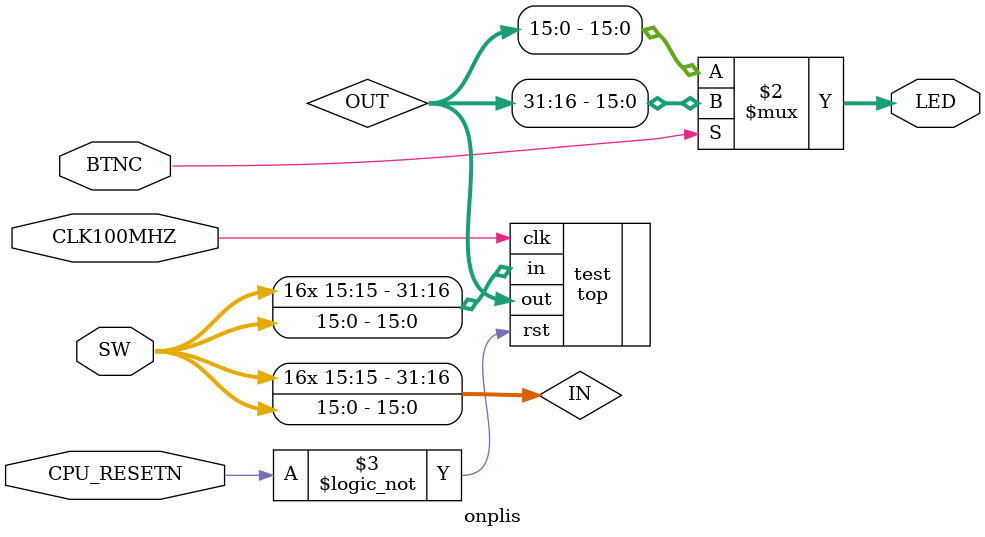
<source format=sv>
`timescale 1ns / 1ps


module onplis(
    input CLK100MHZ,
    input BTNC,
    input CPU_RESETN,
    input [15:0] SW,
    output logic [15:0] LED
    );
    logic [31:0] IN;
    logic [31:0] OUT;
    assign IN = {{16{SW[15]}},SW[15:0]};
    assign LED = !BTNC ? OUT[15:0] : OUT[31:16];
    top test(.clk(CLK100MHZ),.rst(!CPU_RESETN),.in(IN),.out(OUT));
    
endmodule

</source>
